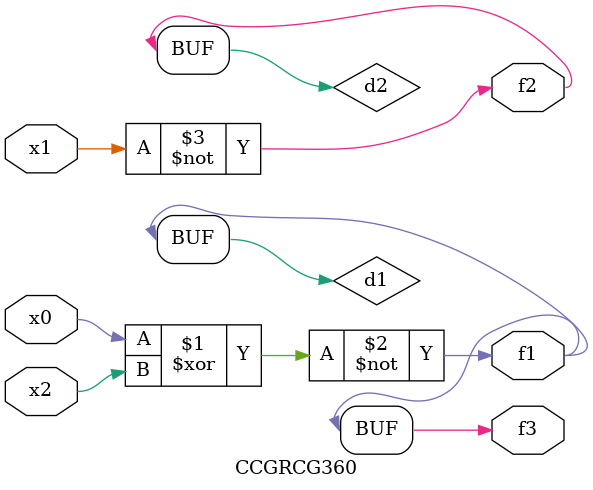
<source format=v>
module CCGRCG360(
	input x0, x1, x2,
	output f1, f2, f3
);

	wire d1, d2, d3;

	xnor (d1, x0, x2);
	nand (d2, x1);
	nor (d3, x1, x2);
	assign f1 = d1;
	assign f2 = d2;
	assign f3 = d1;
endmodule

</source>
